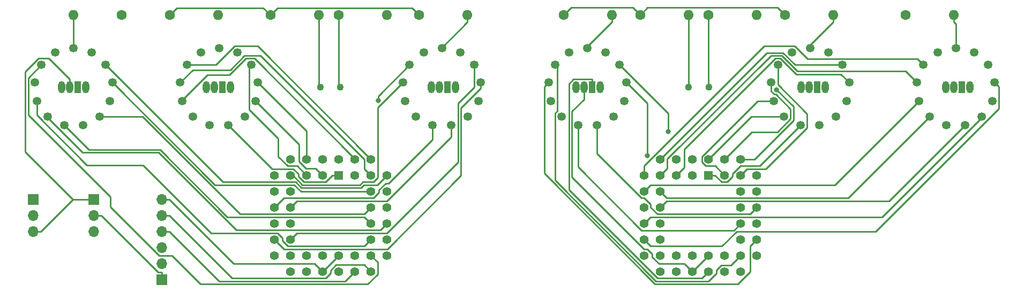
<source format=gbr>
G04 #@! TF.GenerationSoftware,KiCad,Pcbnew,(5.1.4-0-10_14)*
G04 #@! TF.CreationDate,2019-11-07T09:29:39+01:00*
G04 #@! TF.ProjectId,luminixie,6c756d69-6e69-4786-9965-2e6b69636164,rev?*
G04 #@! TF.SameCoordinates,Original*
G04 #@! TF.FileFunction,Copper,L2,Bot*
G04 #@! TF.FilePolarity,Positive*
%FSLAX46Y46*%
G04 Gerber Fmt 4.6, Leading zero omitted, Abs format (unit mm)*
G04 Created by KiCad (PCBNEW (5.1.4-0-10_14)) date 2019-11-07 09:29:39*
%MOMM*%
%LPD*%
G04 APERTURE LIST*
%ADD10C,1.600000*%
%ADD11O,1.600000X1.600000*%
%ADD12O,1.700000X1.700000*%
%ADD13R,1.700000X1.700000*%
%ADD14O,1.117600X1.905000*%
%ADD15R,1.117600X1.905000*%
%ADD16C,1.346200*%
%ADD17C,1.107440*%
%ADD18R,1.422400X1.422400*%
%ADD19C,1.422400*%
%ADD20C,0.800000*%
%ADD21C,0.250000*%
G04 APERTURE END LIST*
D10*
X191770000Y-62230000D03*
D11*
X199390000Y-62230000D03*
D10*
X133350000Y-62230000D03*
D11*
X140970000Y-62230000D03*
D12*
X105410000Y-91440000D03*
X105410000Y-93980000D03*
X105410000Y-96520000D03*
X105410000Y-99060000D03*
X105410000Y-101600000D03*
D13*
X105410000Y-104140000D03*
X94615000Y-91440000D03*
D12*
X94615000Y-93980000D03*
X94615000Y-96520000D03*
X85090000Y-96520000D03*
X85090000Y-93980000D03*
D13*
X85090000Y-91440000D03*
D14*
X233045000Y-73660000D03*
X230505000Y-73660000D03*
D15*
X231775000Y-73660000D03*
D14*
X229235000Y-73660000D03*
X210185000Y-73660000D03*
X207645000Y-73660000D03*
D15*
X208915000Y-73660000D03*
D14*
X206375000Y-73660000D03*
X174625000Y-73660000D03*
X172085000Y-73660000D03*
D15*
X173355000Y-73660000D03*
D14*
X170815000Y-73660000D03*
X151765000Y-73660000D03*
X149225000Y-73660000D03*
D15*
X150495000Y-73660000D03*
D14*
X147955000Y-73660000D03*
X116205000Y-73660000D03*
X113665000Y-73660000D03*
D15*
X114935000Y-73660000D03*
D14*
X112395000Y-73660000D03*
X93345000Y-73660000D03*
X90805000Y-73660000D03*
D15*
X92075000Y-73660000D03*
D14*
X89535000Y-73660000D03*
D16*
X88564720Y-68181220D03*
X94315280Y-68181220D03*
X91440000Y-67472560D03*
X97584260Y-72915780D03*
X97226120Y-75854560D03*
X95544640Y-78292960D03*
X92920820Y-79669640D03*
X89959180Y-79669640D03*
X87335360Y-78292960D03*
X85653880Y-75854560D03*
X85295740Y-72915780D03*
X86347300Y-70144640D03*
X96532700Y-70144640D03*
X119532700Y-70144640D03*
X109347300Y-70144640D03*
X108295740Y-72915780D03*
X108653880Y-75854560D03*
X110335360Y-78292960D03*
X112959180Y-79669640D03*
X115920820Y-79669640D03*
X118544640Y-78292960D03*
X120226120Y-75854560D03*
X120584260Y-72915780D03*
X114440000Y-67472560D03*
X117315280Y-68181220D03*
X111564720Y-68181220D03*
X146764720Y-68181220D03*
X152515280Y-68181220D03*
X149640000Y-67472560D03*
X155784260Y-72915780D03*
X155426120Y-75854560D03*
X153744640Y-78292960D03*
X151120820Y-79669640D03*
X148159180Y-79669640D03*
X145535360Y-78292960D03*
X143853880Y-75854560D03*
X143495740Y-72915780D03*
X144547300Y-70144640D03*
X154732700Y-70144640D03*
X177732700Y-70144640D03*
X167547300Y-70144640D03*
X166495740Y-72915780D03*
X166853880Y-75854560D03*
X168535360Y-78292960D03*
X171159180Y-79669640D03*
X174120820Y-79669640D03*
X176744640Y-78292960D03*
X178426120Y-75854560D03*
X178784260Y-72915780D03*
X172640000Y-67472560D03*
X175515280Y-68181220D03*
X169764720Y-68181220D03*
X204964720Y-68181220D03*
X210715280Y-68181220D03*
X207840000Y-67472560D03*
X213984260Y-72915780D03*
X213626120Y-75854560D03*
X211944640Y-78292960D03*
X209320820Y-79669640D03*
X206359180Y-79669640D03*
X203735360Y-78292960D03*
X202053880Y-75854560D03*
X201695740Y-72915780D03*
X202747300Y-70144640D03*
X212932700Y-70144640D03*
X235932700Y-70144640D03*
X225747300Y-70144640D03*
X224695740Y-72915780D03*
X225053880Y-75854560D03*
X226735360Y-78292960D03*
X229359180Y-79669640D03*
X232320820Y-79669640D03*
X234944640Y-78292960D03*
X236626120Y-75854560D03*
X236984260Y-72915780D03*
X230840000Y-67472560D03*
X233715280Y-68181220D03*
X227964720Y-68181220D03*
D17*
X133627500Y-73660000D03*
X130452500Y-73660000D03*
X188652500Y-73660000D03*
X191827500Y-73660000D03*
D10*
X203835000Y-62230000D03*
D11*
X211455000Y-62230000D03*
D10*
X222885000Y-62230000D03*
D11*
X230505000Y-62230000D03*
X91440000Y-62230000D03*
D10*
X99060000Y-62230000D03*
X106680000Y-62230000D03*
D11*
X114300000Y-62230000D03*
D10*
X122555000Y-62230000D03*
D11*
X130175000Y-62230000D03*
D10*
X168910000Y-62230000D03*
D11*
X176530000Y-62230000D03*
X188595000Y-62230000D03*
D10*
X180975000Y-62230000D03*
D11*
X153670000Y-62230000D03*
D10*
X146050000Y-62230000D03*
D18*
X133350000Y-87630000D03*
D19*
X130810000Y-87630000D03*
X128270000Y-87630000D03*
X135890000Y-87630000D03*
X138430000Y-87630000D03*
X130810000Y-85090000D03*
X128270000Y-85090000D03*
X125730000Y-85090000D03*
X133350000Y-85090000D03*
X135890000Y-85090000D03*
X125730000Y-87630000D03*
X125730000Y-90170000D03*
X125730000Y-92710000D03*
X125730000Y-95250000D03*
X125730000Y-97790000D03*
X123190000Y-87630000D03*
X123190000Y-90170000D03*
X123190000Y-92710000D03*
X123190000Y-95250000D03*
X123190000Y-97790000D03*
X123190000Y-100330000D03*
X125730000Y-100330000D03*
X128270000Y-100330000D03*
X130810000Y-100330000D03*
X133350000Y-100330000D03*
X135890000Y-100330000D03*
X140970000Y-100330000D03*
X125730000Y-102870000D03*
X128270000Y-102870000D03*
X130810000Y-102870000D03*
X133350000Y-102870000D03*
X135890000Y-102870000D03*
X138430000Y-102870000D03*
X138430000Y-100330000D03*
X138430000Y-97790000D03*
X138430000Y-95250000D03*
X138430000Y-92710000D03*
X138430000Y-90170000D03*
X138430000Y-85090000D03*
X140970000Y-97790000D03*
X140970000Y-95250000D03*
X140970000Y-92710000D03*
X140970000Y-90170000D03*
X140970000Y-87630000D03*
X199390000Y-87630000D03*
X199390000Y-90170000D03*
X199390000Y-92710000D03*
X199390000Y-95250000D03*
X199390000Y-97790000D03*
X196850000Y-85090000D03*
X196850000Y-90170000D03*
X196850000Y-92710000D03*
X196850000Y-95250000D03*
X196850000Y-97790000D03*
X196850000Y-100330000D03*
X196850000Y-102870000D03*
X194310000Y-102870000D03*
X191770000Y-102870000D03*
X189230000Y-102870000D03*
X186690000Y-102870000D03*
X184150000Y-102870000D03*
X199390000Y-100330000D03*
X194310000Y-100330000D03*
X191770000Y-100330000D03*
X189230000Y-100330000D03*
X186690000Y-100330000D03*
X184150000Y-100330000D03*
X181610000Y-100330000D03*
X181610000Y-97790000D03*
X181610000Y-95250000D03*
X181610000Y-92710000D03*
X181610000Y-90170000D03*
X181610000Y-87630000D03*
X184150000Y-97790000D03*
X184150000Y-95250000D03*
X184150000Y-92710000D03*
X184150000Y-90170000D03*
X184150000Y-87630000D03*
X194310000Y-85090000D03*
X191770000Y-85090000D03*
X184150000Y-85090000D03*
X186690000Y-85090000D03*
X189230000Y-85090000D03*
X196850000Y-87630000D03*
X194310000Y-87630000D03*
X186690000Y-87630000D03*
X189230000Y-87630000D03*
D18*
X191770000Y-87630000D03*
D20*
X139604400Y-75759800D03*
X185420000Y-80661200D03*
X182107900Y-84530300D03*
X202510000Y-74048200D03*
D21*
X91440000Y-62230000D02*
X91440000Y-67472600D01*
X138430000Y-90170000D02*
X127380700Y-90170000D01*
X127380700Y-90170000D02*
X126344200Y-89133500D01*
X126344200Y-89133500D02*
X113802000Y-89133500D01*
X113802000Y-89133500D02*
X97584300Y-72915800D01*
X138430000Y-92710000D02*
X137393500Y-93746500D01*
X137393500Y-93746500D02*
X117778100Y-93746500D01*
X117778100Y-93746500D02*
X102324600Y-78293000D01*
X102324600Y-78293000D02*
X95544600Y-78293000D01*
X89959200Y-79669600D02*
X93847700Y-83558100D01*
X93847700Y-83558100D02*
X105112100Y-83558100D01*
X105112100Y-83558100D02*
X115750900Y-94196900D01*
X115750900Y-94196900D02*
X137376900Y-94196900D01*
X137376900Y-94196900D02*
X138430000Y-95250000D01*
X87335400Y-78293000D02*
X87335400Y-78468000D01*
X87335400Y-78468000D02*
X92875800Y-84008400D01*
X92875800Y-84008400D02*
X104925500Y-84008400D01*
X104925500Y-84008400D02*
X117203700Y-96286600D01*
X117203700Y-96286600D02*
X139933400Y-96286600D01*
X139933400Y-96286600D02*
X140970000Y-95250000D01*
X138430000Y-97790000D02*
X137393400Y-98826600D01*
X137393400Y-98826600D02*
X125287300Y-98826600D01*
X125287300Y-98826600D02*
X124460000Y-97999300D01*
X124460000Y-97999300D02*
X124460000Y-97532000D01*
X124460000Y-97532000D02*
X123665200Y-96737200D01*
X123665200Y-96737200D02*
X113198100Y-96737200D01*
X113198100Y-96737200D02*
X102458300Y-85997400D01*
X102458300Y-85997400D02*
X93579000Y-85997400D01*
X93579000Y-85997400D02*
X85653900Y-78072300D01*
X85653900Y-78072300D02*
X85653900Y-75854600D01*
X86347300Y-70144600D02*
X84276700Y-72215200D01*
X84276700Y-72215200D02*
X84276700Y-78070900D01*
X84276700Y-78070900D02*
X97227600Y-91021800D01*
X97227600Y-91021800D02*
X97227600Y-92591400D01*
X97227600Y-92591400D02*
X104966200Y-100330000D01*
X104966200Y-100330000D02*
X106979000Y-100330000D01*
X106979000Y-100330000D02*
X111480100Y-104831100D01*
X111480100Y-104831100D02*
X137938800Y-104831100D01*
X137938800Y-104831100D02*
X139491900Y-103278000D01*
X139491900Y-103278000D02*
X139491900Y-101391900D01*
X139491900Y-101391900D02*
X138430000Y-100330000D01*
X96532700Y-70144600D02*
X115071000Y-88682900D01*
X115071000Y-88682900D02*
X126530500Y-88682900D01*
X126530500Y-88682900D02*
X127431200Y-89583600D01*
X127431200Y-89583600D02*
X136888100Y-89583600D01*
X136888100Y-89583600D02*
X137338400Y-89133300D01*
X137338400Y-89133300D02*
X139466700Y-89133300D01*
X139466700Y-89133300D02*
X140970000Y-87630000D01*
X128270000Y-87630000D02*
X126783100Y-86143100D01*
X126783100Y-86143100D02*
X125302500Y-86143100D01*
X125302500Y-86143100D02*
X123803600Y-84644200D01*
X123803600Y-84644200D02*
X123803600Y-81812200D01*
X123803600Y-81812200D02*
X119177400Y-77186000D01*
X119177400Y-77186000D02*
X119177400Y-70499900D01*
X119177400Y-70499900D02*
X119532700Y-70144600D01*
X109347300Y-70144600D02*
X113939900Y-70144600D01*
X113939900Y-70144600D02*
X116902200Y-67182300D01*
X116902200Y-67182300D02*
X120522300Y-67182300D01*
X120522300Y-67182300D02*
X138430000Y-85090000D01*
X108295700Y-72915800D02*
X110275200Y-70936300D01*
X110275200Y-70936300D02*
X110275200Y-70936200D01*
X110275200Y-70936200D02*
X116210000Y-70936200D01*
X116210000Y-70936200D02*
X118472800Y-68673400D01*
X118472800Y-68673400D02*
X120968200Y-68673400D01*
X120968200Y-68673400D02*
X137386900Y-85092100D01*
X137386900Y-85092100D02*
X137386900Y-86586900D01*
X137386900Y-86586900D02*
X138430000Y-87630000D01*
X135890000Y-85090000D02*
X135890000Y-85008200D01*
X135890000Y-85008200D02*
X120005600Y-69123800D01*
X120005600Y-69123800D02*
X118659300Y-69123800D01*
X118659300Y-69123800D02*
X116030800Y-71752300D01*
X116030800Y-71752300D02*
X112600100Y-71752300D01*
X112600100Y-71752300D02*
X108653900Y-75698500D01*
X108653900Y-75698500D02*
X108653900Y-75854600D01*
X133350000Y-87630000D02*
X132313500Y-87630000D01*
X132313500Y-87630000D02*
X131277000Y-88666500D01*
X131277000Y-88666500D02*
X127827300Y-88666500D01*
X127827300Y-88666500D02*
X126964200Y-87803400D01*
X126964200Y-87803400D02*
X126964200Y-87382300D01*
X126964200Y-87382300D02*
X126175400Y-86593500D01*
X126175400Y-86593500D02*
X122844700Y-86593500D01*
X122844700Y-86593500D02*
X115920800Y-79669600D01*
X130810000Y-87630000D02*
X129699300Y-86519300D01*
X129699300Y-86519300D02*
X128204400Y-86519300D01*
X128204400Y-86519300D02*
X127079100Y-85394000D01*
X127079100Y-85394000D02*
X127079100Y-82707600D01*
X127079100Y-82707600D02*
X120226100Y-75854600D01*
X128270000Y-85090000D02*
X128270000Y-80601500D01*
X128270000Y-80601500D02*
X120584300Y-72915800D01*
X153670000Y-62230000D02*
X153670000Y-63355300D01*
X153670000Y-63355300D02*
X149640000Y-67385300D01*
X149640000Y-67385300D02*
X149640000Y-67472600D01*
X123190000Y-97790000D02*
X124676900Y-99276900D01*
X124676900Y-99276900D02*
X141008500Y-99276900D01*
X141008500Y-99276900D02*
X152649400Y-87636000D01*
X152649400Y-87636000D02*
X152649400Y-76990400D01*
X152649400Y-76990400D02*
X155784300Y-73855500D01*
X155784300Y-73855500D02*
X155784300Y-72915800D01*
X125730000Y-92710000D02*
X126766600Y-91673400D01*
X126766600Y-91673400D02*
X140973800Y-91673400D01*
X140973800Y-91673400D02*
X151120800Y-81526400D01*
X151120800Y-81526400D02*
X151120800Y-79669600D01*
X123190000Y-92710000D02*
X124685100Y-91214900D01*
X124685100Y-91214900D02*
X138851300Y-91214900D01*
X138851300Y-91214900D02*
X139700000Y-90366200D01*
X139700000Y-90366200D02*
X139700000Y-89951600D01*
X139700000Y-89951600D02*
X140751600Y-88900000D01*
X140751600Y-88900000D02*
X141220700Y-88900000D01*
X141220700Y-88900000D02*
X148159200Y-81961500D01*
X148159200Y-81961500D02*
X148159200Y-79669600D01*
X125730000Y-87630000D02*
X126114500Y-87630000D01*
X126114500Y-87630000D02*
X127617700Y-89133200D01*
X127617700Y-89133200D02*
X136701600Y-89133200D01*
X136701600Y-89133200D02*
X137151900Y-88682900D01*
X137151900Y-88682900D02*
X138843100Y-88682900D01*
X138843100Y-88682900D02*
X139540700Y-87985300D01*
X139540700Y-87985300D02*
X139540700Y-76870800D01*
X139540700Y-76870800D02*
X143495700Y-72915800D01*
X144547300Y-70144600D02*
X139604400Y-75087500D01*
X139604400Y-75087500D02*
X139604400Y-75759800D01*
X154732700Y-70144600D02*
X154732700Y-73701800D01*
X154732700Y-73701800D02*
X152199000Y-76235500D01*
X152199000Y-76235500D02*
X152199000Y-85494000D01*
X152199000Y-85494000D02*
X140939600Y-96753400D01*
X140939600Y-96753400D02*
X126766600Y-96753400D01*
X126766600Y-96753400D02*
X125730000Y-97790000D01*
X177732700Y-70144600D02*
X185420000Y-77831900D01*
X185420000Y-77831900D02*
X185420000Y-80661200D01*
X167547300Y-70144600D02*
X167886800Y-70484100D01*
X167886800Y-70484100D02*
X167886800Y-77422900D01*
X167886800Y-77422900D02*
X167527800Y-77781900D01*
X167527800Y-77781900D02*
X167527800Y-88395400D01*
X167527800Y-88395400D02*
X183492600Y-104360200D01*
X183492600Y-104360200D02*
X191782100Y-104360200D01*
X191782100Y-104360200D02*
X193040000Y-103102300D01*
X193040000Y-103102300D02*
X193040000Y-102619500D01*
X193040000Y-102619500D02*
X193826100Y-101833400D01*
X193826100Y-101833400D02*
X195346600Y-101833400D01*
X195346600Y-101833400D02*
X196850000Y-100330000D01*
X166495700Y-72915800D02*
X165828700Y-73582800D01*
X165828700Y-73582800D02*
X165828700Y-87333200D01*
X165828700Y-87333200D02*
X183306000Y-104810500D01*
X183306000Y-104810500D02*
X196447700Y-104810500D01*
X196447700Y-104810500D02*
X198353500Y-102904700D01*
X198353500Y-102904700D02*
X198353500Y-98826500D01*
X198353500Y-98826500D02*
X199390000Y-97790000D01*
X196850000Y-95250000D02*
X195783200Y-96316800D01*
X195783200Y-96316800D02*
X181183000Y-96316800D01*
X181183000Y-96316800D02*
X171159200Y-86293000D01*
X171159200Y-86293000D02*
X171159200Y-79669600D01*
X199390000Y-92710000D02*
X198336900Y-93763100D01*
X198336900Y-93763100D02*
X183717400Y-93763100D01*
X183717400Y-93763100D02*
X182646600Y-92692300D01*
X182646600Y-92692300D02*
X182646600Y-92222600D01*
X182646600Y-92222600D02*
X181633300Y-91209300D01*
X181633300Y-91209300D02*
X181160200Y-91209300D01*
X181160200Y-91209300D02*
X174120800Y-84169900D01*
X174120800Y-84169900D02*
X174120800Y-79669600D01*
X178784300Y-72915800D02*
X182107900Y-76239400D01*
X182107900Y-76239400D02*
X182107900Y-84530300D01*
X176530000Y-62230000D02*
X176530000Y-63355300D01*
X172640000Y-67472600D02*
X172640000Y-67245300D01*
X172640000Y-67245300D02*
X176530000Y-63355300D01*
X211455000Y-62230000D02*
X211455000Y-63355300D01*
X207840000Y-67472600D02*
X207840000Y-66970300D01*
X207840000Y-66970300D02*
X211455000Y-63355300D01*
X186690000Y-87630000D02*
X187960000Y-86360000D01*
X187960000Y-86360000D02*
X187960000Y-83515000D01*
X187960000Y-83515000D02*
X202354500Y-69120500D01*
X202354500Y-69120500D02*
X203135300Y-69120500D01*
X203135300Y-69120500D02*
X205608300Y-71593500D01*
X205608300Y-71593500D02*
X212662000Y-71593500D01*
X212662000Y-71593500D02*
X213984300Y-72915800D01*
X191770000Y-87630000D02*
X192806500Y-87630000D01*
X192806500Y-87630000D02*
X193859600Y-88683100D01*
X193859600Y-88683100D02*
X194742600Y-88683100D01*
X194742600Y-88683100D02*
X195580000Y-87845700D01*
X195580000Y-87845700D02*
X195580000Y-87376000D01*
X195580000Y-87376000D02*
X196816900Y-86139100D01*
X196816900Y-86139100D02*
X199889700Y-86139100D01*
X199889700Y-86139100D02*
X206359200Y-79669600D01*
X191770000Y-85090000D02*
X198567000Y-78293000D01*
X198567000Y-78293000D02*
X203735400Y-78293000D01*
X194310000Y-87630000D02*
X192823000Y-86143000D01*
X192823000Y-86143000D02*
X191331400Y-86143000D01*
X191331400Y-86143000D02*
X190723900Y-85535500D01*
X190723900Y-85535500D02*
X190723900Y-84664800D01*
X190723900Y-84664800D02*
X199534100Y-75854600D01*
X199534100Y-75854600D02*
X202053900Y-75854600D01*
X201695700Y-72915800D02*
X201695700Y-74313100D01*
X201695700Y-74313100D02*
X202185300Y-74802700D01*
X202185300Y-74802700D02*
X202428400Y-74802700D01*
X202428400Y-74802700D02*
X204747300Y-77121600D01*
X204747300Y-77121600D02*
X204747300Y-78697700D01*
X204747300Y-78697700D02*
X202690200Y-80754800D01*
X202690200Y-80754800D02*
X198645200Y-80754800D01*
X198645200Y-80754800D02*
X194310000Y-85090000D01*
X196850000Y-87630000D02*
X197890500Y-86589500D01*
X197890500Y-86589500D02*
X200854200Y-86589500D01*
X200854200Y-86589500D02*
X207364300Y-80079400D01*
X207364300Y-80079400D02*
X207364300Y-77876600D01*
X207364300Y-77876600D02*
X202747300Y-73259600D01*
X202747300Y-73259600D02*
X202747300Y-70144600D01*
X212932700Y-70144600D02*
X205435000Y-70144600D01*
X205435000Y-70144600D02*
X203510200Y-68219800D01*
X203510200Y-68219800D02*
X201020200Y-68219800D01*
X201020200Y-68219800D02*
X184150000Y-85090000D01*
X181610000Y-87630000D02*
X181610000Y-86088100D01*
X181610000Y-86088100D02*
X200523800Y-67174300D01*
X200523800Y-67174300D02*
X205429300Y-67174300D01*
X205429300Y-67174300D02*
X207445900Y-69190900D01*
X207445900Y-69190900D02*
X211860600Y-69190900D01*
X211860600Y-69190900D02*
X211910700Y-69140800D01*
X211910700Y-69140800D02*
X224743500Y-69140800D01*
X224743500Y-69140800D02*
X225747300Y-70144600D01*
X224695700Y-72915800D02*
X222923000Y-71143100D01*
X222923000Y-71143100D02*
X205796600Y-71143100D01*
X205796600Y-71143100D02*
X203323600Y-68670100D01*
X203323600Y-68670100D02*
X201638000Y-68670100D01*
X201638000Y-68670100D02*
X185260700Y-85047400D01*
X185260700Y-85047400D02*
X185260700Y-86519300D01*
X185260700Y-86519300D02*
X184150000Y-87630000D01*
X181610000Y-90170000D02*
X182646500Y-89133500D01*
X182646500Y-89133500D02*
X211775000Y-89133500D01*
X211775000Y-89133500D02*
X225053900Y-75854600D01*
X184150000Y-90170000D02*
X185191700Y-91211700D01*
X185191700Y-91211700D02*
X213816700Y-91211700D01*
X213816700Y-91211700D02*
X226735400Y-78293000D01*
X184150000Y-92710000D02*
X185186500Y-91673500D01*
X185186500Y-91673500D02*
X220316900Y-91673500D01*
X220316900Y-91673500D02*
X232320800Y-79669600D01*
X181610000Y-95250000D02*
X182646600Y-94213400D01*
X182646600Y-94213400D02*
X219201200Y-94213400D01*
X219201200Y-94213400D02*
X234944600Y-78470000D01*
X234944600Y-78470000D02*
X234944600Y-78293000D01*
X181610000Y-97790000D02*
X182651700Y-98831700D01*
X182651700Y-98831700D02*
X193905200Y-98831700D01*
X193905200Y-98831700D02*
X196216900Y-96520000D01*
X196216900Y-96520000D02*
X218154900Y-96520000D01*
X218154900Y-96520000D02*
X237641700Y-77033200D01*
X237641700Y-77033200D02*
X237641700Y-73573200D01*
X237641700Y-73573200D02*
X236984300Y-72915800D01*
X230505000Y-62230000D02*
X230505000Y-63355300D01*
X230840000Y-67472600D02*
X230840000Y-63690300D01*
X230840000Y-63690300D02*
X230505000Y-63355300D01*
X133627500Y-73660000D02*
X133350000Y-73382500D01*
X133350000Y-73382500D02*
X133350000Y-62230000D01*
X130452500Y-73660000D02*
X130175000Y-73382500D01*
X130175000Y-73382500D02*
X130175000Y-62230000D01*
X188595000Y-62230000D02*
X188595000Y-63355300D01*
X188595000Y-63355300D02*
X188652500Y-63412800D01*
X188652500Y-63412800D02*
X188652500Y-73660000D01*
X202510000Y-74048200D02*
X205209100Y-76747300D01*
X205209100Y-76747300D02*
X205209100Y-78880400D01*
X205209100Y-78880400D02*
X198999500Y-85090000D01*
X198999500Y-85090000D02*
X196850000Y-85090000D01*
X191770000Y-62230000D02*
X191770000Y-73602500D01*
X191770000Y-73602500D02*
X191827500Y-73660000D01*
X90805000Y-72382200D02*
X87528500Y-69105700D01*
X87528500Y-69105700D02*
X85884300Y-69105700D01*
X85884300Y-69105700D02*
X83806000Y-71184000D01*
X83806000Y-71184000D02*
X83806000Y-83900700D01*
X83806000Y-83900700D02*
X91345300Y-91440000D01*
X90805000Y-73660000D02*
X90805000Y-72382200D01*
X91345300Y-91440000D02*
X86265300Y-96520000D01*
X94615000Y-91440000D02*
X91345300Y-91440000D01*
X105410000Y-91440000D02*
X106585300Y-91440000D01*
X85090000Y-96520000D02*
X86265300Y-96520000D01*
X133350000Y-100330000D02*
X130810000Y-102870000D01*
X106585300Y-91440000D02*
X116745300Y-101600000D01*
X116745300Y-101600000D02*
X129540000Y-101600000D01*
X129540000Y-101600000D02*
X130810000Y-102870000D01*
X189230000Y-102870000D02*
X187960000Y-101600000D01*
X187960000Y-101600000D02*
X183928700Y-101600000D01*
X183928700Y-101600000D02*
X182880000Y-100551300D01*
X182880000Y-100551300D02*
X182880000Y-100079500D01*
X182880000Y-100079500D02*
X182093900Y-99293400D01*
X182093900Y-99293400D02*
X181604900Y-99293400D01*
X181604900Y-99293400D02*
X170160100Y-87848600D01*
X170160100Y-87848600D02*
X170160100Y-77510100D01*
X170160100Y-77510100D02*
X172085000Y-75585200D01*
X172085000Y-75585200D02*
X172085000Y-73660000D01*
X191770000Y-100330000D02*
X189230000Y-102870000D01*
X146050000Y-62230000D02*
X144924600Y-61104600D01*
X144924600Y-61104600D02*
X123680400Y-61104600D01*
X123680400Y-61104600D02*
X122555000Y-62230000D01*
X180975000Y-62230000D02*
X182124500Y-61080500D01*
X182124500Y-61080500D02*
X202685500Y-61080500D01*
X202685500Y-61080500D02*
X203835000Y-62230000D01*
X180975000Y-62230000D02*
X179829500Y-61084500D01*
X179829500Y-61084500D02*
X170055500Y-61084500D01*
X170055500Y-61084500D02*
X168910000Y-62230000D01*
X106680000Y-62230000D02*
X107805400Y-61104600D01*
X107805400Y-61104600D02*
X121429600Y-61104600D01*
X121429600Y-61104600D02*
X122555000Y-62230000D01*
X173355000Y-73660000D02*
X173355000Y-72382200D01*
X191770000Y-102870000D02*
X190730100Y-103909900D01*
X190730100Y-103909900D02*
X183679200Y-103909900D01*
X183679200Y-103909900D02*
X169703300Y-89934000D01*
X169703300Y-89934000D02*
X169703300Y-73121100D01*
X169703300Y-73121100D02*
X170442200Y-72382200D01*
X170442200Y-72382200D02*
X173355000Y-72382200D01*
X105410000Y-104140000D02*
X105410000Y-102964700D01*
X94615000Y-93980000D02*
X95790300Y-93980000D01*
X95790300Y-93980000D02*
X104775000Y-102964700D01*
X104775000Y-102964700D02*
X105410000Y-102964700D01*
X105410000Y-96520000D02*
X106585300Y-96520000D01*
X135890000Y-102870000D02*
X134379300Y-104380700D01*
X134379300Y-104380700D02*
X114446000Y-104380700D01*
X114446000Y-104380700D02*
X106585300Y-96520000D01*
X105410000Y-93980000D02*
X106585300Y-93980000D01*
X138430000Y-102870000D02*
X137373200Y-101813200D01*
X137373200Y-101813200D02*
X132930900Y-101813200D01*
X132930900Y-101813200D02*
X132080000Y-102664100D01*
X132080000Y-102664100D02*
X132080000Y-103130100D01*
X132080000Y-103130100D02*
X131288800Y-103921300D01*
X131288800Y-103921300D02*
X116526600Y-103921300D01*
X116526600Y-103921300D02*
X106585300Y-93980000D01*
M02*

</source>
